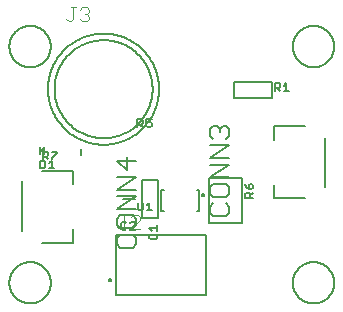
<source format=gbr>
G04 EAGLE Gerber RS-274X export*
G75*
%MOMM*%
%FSLAX34Y34*%
%LPD*%
%INSilkscreen Top*%
%IPPOS*%
%AMOC8*
5,1,8,0,0,1.08239X$1,22.5*%
G01*
%ADD10C,0.203200*%
%ADD11C,0.152400*%
%ADD12R,0.127000X0.762000*%
%ADD13C,0.200000*%
%ADD14C,0.127000*%
%ADD15C,0.101600*%

G36*
X11948Y108463D02*
X11948Y108463D01*
X11977Y108460D01*
X12069Y108480D01*
X12162Y108493D01*
X12189Y108506D01*
X12218Y108512D01*
X12298Y108560D01*
X12382Y108602D01*
X12403Y108623D01*
X12429Y108638D01*
X12490Y108710D01*
X12556Y108776D01*
X12569Y108802D01*
X12589Y108825D01*
X12624Y108912D01*
X12666Y108996D01*
X12670Y109026D01*
X12681Y109053D01*
X12699Y109220D01*
X12699Y114300D01*
X12694Y114329D01*
X12697Y114359D01*
X12675Y114450D01*
X12660Y114543D01*
X12646Y114569D01*
X12639Y114598D01*
X12588Y114677D01*
X12544Y114760D01*
X12523Y114781D01*
X12507Y114806D01*
X12434Y114865D01*
X12366Y114930D01*
X12339Y114942D01*
X12316Y114961D01*
X12228Y114994D01*
X12143Y115033D01*
X12113Y115036D01*
X12086Y115047D01*
X11992Y115050D01*
X11899Y115060D01*
X11869Y115054D01*
X11840Y115055D01*
X11750Y115028D01*
X11658Y115008D01*
X11633Y114993D01*
X11604Y114984D01*
X11462Y114894D01*
X8287Y112354D01*
X8218Y112277D01*
X8145Y112204D01*
X8136Y112187D01*
X8123Y112172D01*
X8081Y112076D01*
X8035Y111984D01*
X8033Y111964D01*
X8025Y111946D01*
X8016Y111843D01*
X8002Y111740D01*
X8006Y111721D01*
X8004Y111701D01*
X8029Y111600D01*
X8048Y111498D01*
X8058Y111481D01*
X8062Y111462D01*
X8118Y111375D01*
X8169Y111284D01*
X8186Y111267D01*
X8194Y111254D01*
X8219Y111234D01*
X8287Y111166D01*
X11462Y108626D01*
X11488Y108611D01*
X11510Y108591D01*
X11595Y108551D01*
X11677Y108505D01*
X11706Y108499D01*
X11733Y108487D01*
X11826Y108477D01*
X11918Y108459D01*
X11948Y108463D01*
G37*
D10*
X145500Y74350D02*
X145502Y74413D01*
X145508Y74475D01*
X145518Y74537D01*
X145531Y74599D01*
X145549Y74659D01*
X145570Y74718D01*
X145595Y74776D01*
X145624Y74832D01*
X145656Y74886D01*
X145691Y74938D01*
X145729Y74987D01*
X145771Y75035D01*
X145815Y75079D01*
X145863Y75121D01*
X145912Y75159D01*
X145964Y75194D01*
X146018Y75226D01*
X146074Y75255D01*
X146132Y75280D01*
X146191Y75301D01*
X146251Y75319D01*
X146313Y75332D01*
X146375Y75342D01*
X146437Y75348D01*
X146500Y75350D01*
X146563Y75348D01*
X146625Y75342D01*
X146687Y75332D01*
X146749Y75319D01*
X146809Y75301D01*
X146868Y75280D01*
X146926Y75255D01*
X146982Y75226D01*
X147036Y75194D01*
X147088Y75159D01*
X147137Y75121D01*
X147185Y75079D01*
X147229Y75035D01*
X147271Y74987D01*
X147309Y74938D01*
X147344Y74886D01*
X147376Y74832D01*
X147405Y74776D01*
X147430Y74718D01*
X147451Y74659D01*
X147469Y74599D01*
X147482Y74537D01*
X147492Y74475D01*
X147498Y74413D01*
X147500Y74350D01*
X147498Y74287D01*
X147492Y74225D01*
X147482Y74163D01*
X147469Y74101D01*
X147451Y74041D01*
X147430Y73982D01*
X147405Y73924D01*
X147376Y73868D01*
X147344Y73814D01*
X147309Y73762D01*
X147271Y73713D01*
X147229Y73665D01*
X147185Y73621D01*
X147137Y73579D01*
X147088Y73541D01*
X147036Y73506D01*
X146982Y73474D01*
X146926Y73445D01*
X146868Y73420D01*
X146809Y73399D01*
X146749Y73381D01*
X146687Y73368D01*
X146625Y73358D01*
X146563Y73352D01*
X146500Y73350D01*
X146437Y73352D01*
X146375Y73358D01*
X146313Y73368D01*
X146251Y73381D01*
X146191Y73399D01*
X146132Y73420D01*
X146074Y73445D01*
X146018Y73474D01*
X145964Y73506D01*
X145912Y73541D01*
X145863Y73579D01*
X145815Y73621D01*
X145771Y73665D01*
X145729Y73713D01*
X145691Y73762D01*
X145656Y73814D01*
X145624Y73868D01*
X145595Y73924D01*
X145570Y73982D01*
X145549Y74041D01*
X145531Y74101D01*
X145518Y74163D01*
X145508Y74225D01*
X145502Y74287D01*
X145500Y74350D01*
X143000Y60850D02*
X141000Y60850D01*
X143000Y60850D02*
X143000Y78850D01*
X141000Y78850D01*
X113000Y60850D02*
X111000Y60850D01*
X111000Y78850D01*
X113000Y78850D01*
D11*
X91284Y67824D02*
X91284Y62316D01*
X92385Y61214D01*
X94589Y61214D01*
X95690Y62316D01*
X95690Y67824D01*
X98768Y65620D02*
X100971Y67824D01*
X100971Y61214D01*
X98768Y61214D02*
X103174Y61214D01*
D10*
X108600Y55120D02*
X108600Y87120D01*
X108600Y55120D02*
X94600Y55120D01*
X94600Y87120D01*
X108600Y87120D01*
D11*
X102188Y41000D02*
X101086Y39899D01*
X101086Y37695D01*
X102188Y36594D01*
X106594Y36594D01*
X107696Y37695D01*
X107696Y39899D01*
X106594Y41000D01*
X103290Y44078D02*
X101086Y46281D01*
X107696Y46281D01*
X107696Y44078D02*
X107696Y48484D01*
X90932Y131572D02*
X90932Y138182D01*
X94237Y138182D01*
X95338Y137080D01*
X95338Y134877D01*
X94237Y133775D01*
X90932Y133775D01*
X93135Y133775D02*
X95338Y131572D01*
X98416Y138182D02*
X102823Y138182D01*
X98416Y138182D02*
X98416Y134877D01*
X100619Y135978D01*
X101721Y135978D01*
X102823Y134877D01*
X102823Y132674D01*
X101721Y131572D01*
X99518Y131572D01*
X98416Y132674D01*
D10*
X88900Y71120D02*
X78740Y71120D01*
D11*
X80539Y51314D02*
X81640Y50212D01*
X80539Y51314D02*
X78335Y51314D01*
X77234Y50212D01*
X77234Y45806D01*
X78335Y44704D01*
X80539Y44704D01*
X81640Y45806D01*
X84718Y44704D02*
X89124Y44704D01*
X84718Y44704D02*
X89124Y49110D01*
X89124Y50212D01*
X88023Y51314D01*
X85819Y51314D01*
X84718Y50212D01*
D10*
X179100Y50850D02*
X179100Y88850D01*
X179100Y50850D02*
X151100Y50850D01*
X151100Y88850D01*
X179100Y88850D01*
D11*
X181856Y71644D02*
X188466Y71644D01*
X181856Y71644D02*
X181856Y74949D01*
X182958Y76050D01*
X185161Y76050D01*
X186263Y74949D01*
X186263Y71644D01*
X186263Y73847D02*
X188466Y76050D01*
X182958Y81331D02*
X181856Y83534D01*
X182958Y81331D02*
X185161Y79128D01*
X187364Y79128D01*
X188466Y80229D01*
X188466Y82433D01*
X187364Y83534D01*
X186263Y83534D01*
X185161Y82433D01*
X185161Y79128D01*
X206460Y71600D02*
X232460Y71600D01*
X206460Y71600D02*
X206460Y82600D01*
X206460Y120600D02*
X206460Y132600D01*
X232460Y132600D01*
X249460Y122600D02*
X249460Y80600D01*
X155280Y67209D02*
X152568Y64497D01*
X152568Y59074D01*
X155280Y56362D01*
X166126Y56362D01*
X168838Y59074D01*
X168838Y64497D01*
X166126Y67209D01*
X152568Y75445D02*
X152568Y80869D01*
X152568Y75445D02*
X155280Y72734D01*
X166126Y72734D01*
X168838Y75445D01*
X168838Y80869D01*
X166126Y83580D01*
X155280Y83580D01*
X152568Y80869D01*
X152568Y89105D02*
X168838Y89105D01*
X168838Y99952D02*
X152568Y89105D01*
X152568Y99952D02*
X168838Y99952D01*
X168838Y105477D02*
X152568Y105477D01*
X168838Y116323D01*
X152568Y116323D01*
X155280Y121848D02*
X152568Y124560D01*
X152568Y129983D01*
X155280Y132695D01*
X157991Y132695D01*
X160703Y129983D01*
X160703Y127272D01*
X160703Y129983D02*
X163415Y132695D01*
X166126Y132695D01*
X168838Y129983D01*
X168838Y124560D01*
X166126Y121848D01*
X36140Y94770D02*
X10140Y94770D01*
X36140Y94770D02*
X36140Y83770D01*
X36140Y45770D02*
X36140Y33770D01*
X10140Y33770D01*
X-6860Y43770D02*
X-6860Y85770D01*
X73748Y37809D02*
X76460Y40521D01*
X73748Y37809D02*
X73748Y32386D01*
X76460Y29674D01*
X87306Y29674D01*
X90018Y32386D01*
X90018Y37809D01*
X87306Y40521D01*
X73748Y48757D02*
X73748Y54181D01*
X73748Y48757D02*
X76460Y46046D01*
X87306Y46046D01*
X90018Y48757D01*
X90018Y54181D01*
X87306Y56892D01*
X76460Y56892D01*
X73748Y54181D01*
X73748Y62417D02*
X90018Y62417D01*
X90018Y73264D02*
X73748Y62417D01*
X73748Y73264D02*
X90018Y73264D01*
X90018Y78789D02*
X73748Y78789D01*
X90018Y89635D01*
X73748Y89635D01*
X73748Y103295D02*
X90018Y103295D01*
X81883Y95160D02*
X73748Y103295D01*
X81883Y106007D02*
X81883Y95160D01*
D12*
X8128Y111760D03*
D11*
X8654Y103384D02*
X8654Y96774D01*
X11959Y96774D01*
X13060Y97876D01*
X13060Y102282D01*
X11959Y103384D01*
X8654Y103384D01*
X16138Y101180D02*
X18341Y103384D01*
X18341Y96774D01*
X16138Y96774D02*
X20544Y96774D01*
D10*
X43180Y107950D02*
X43180Y113030D01*
D11*
X11194Y111004D02*
X11194Y104394D01*
X11194Y111004D02*
X14499Y111004D01*
X15600Y109902D01*
X15600Y107699D01*
X14499Y106597D01*
X11194Y106597D01*
X13397Y106597D02*
X15600Y104394D01*
X18678Y111004D02*
X23084Y111004D01*
X23084Y109902D01*
X18678Y105496D01*
X18678Y104394D01*
D13*
X66425Y2337D02*
X66427Y2400D01*
X66433Y2462D01*
X66443Y2524D01*
X66456Y2586D01*
X66474Y2646D01*
X66495Y2705D01*
X66520Y2763D01*
X66549Y2819D01*
X66581Y2873D01*
X66616Y2925D01*
X66654Y2974D01*
X66696Y3022D01*
X66740Y3066D01*
X66788Y3108D01*
X66837Y3146D01*
X66889Y3181D01*
X66943Y3213D01*
X66999Y3242D01*
X67057Y3267D01*
X67116Y3288D01*
X67176Y3306D01*
X67238Y3319D01*
X67300Y3329D01*
X67362Y3335D01*
X67425Y3337D01*
X67488Y3335D01*
X67550Y3329D01*
X67612Y3319D01*
X67674Y3306D01*
X67734Y3288D01*
X67793Y3267D01*
X67851Y3242D01*
X67907Y3213D01*
X67961Y3181D01*
X68013Y3146D01*
X68062Y3108D01*
X68110Y3066D01*
X68154Y3022D01*
X68196Y2974D01*
X68234Y2925D01*
X68269Y2873D01*
X68301Y2819D01*
X68330Y2763D01*
X68355Y2705D01*
X68376Y2646D01*
X68394Y2586D01*
X68407Y2524D01*
X68417Y2462D01*
X68423Y2400D01*
X68425Y2337D01*
X68423Y2274D01*
X68417Y2212D01*
X68407Y2150D01*
X68394Y2088D01*
X68376Y2028D01*
X68355Y1969D01*
X68330Y1911D01*
X68301Y1855D01*
X68269Y1801D01*
X68234Y1749D01*
X68196Y1700D01*
X68154Y1652D01*
X68110Y1608D01*
X68062Y1566D01*
X68013Y1528D01*
X67961Y1493D01*
X67907Y1461D01*
X67851Y1432D01*
X67793Y1407D01*
X67734Y1386D01*
X67674Y1368D01*
X67612Y1355D01*
X67550Y1345D01*
X67488Y1339D01*
X67425Y1337D01*
X67362Y1339D01*
X67300Y1345D01*
X67238Y1355D01*
X67176Y1368D01*
X67116Y1386D01*
X67057Y1407D01*
X66999Y1432D01*
X66943Y1461D01*
X66889Y1493D01*
X66837Y1528D01*
X66788Y1566D01*
X66740Y1608D01*
X66696Y1652D01*
X66654Y1700D01*
X66616Y1749D01*
X66581Y1801D01*
X66549Y1855D01*
X66520Y1911D01*
X66495Y1969D01*
X66474Y2028D01*
X66456Y2088D01*
X66443Y2150D01*
X66433Y2212D01*
X66427Y2274D01*
X66425Y2337D01*
D14*
X73025Y40437D02*
X149225Y40437D01*
X149225Y-10363D01*
X73025Y-10363D01*
X73025Y40437D01*
D15*
X75882Y45545D02*
X73933Y47494D01*
X75882Y45545D02*
X77831Y45545D01*
X79780Y47494D01*
X79780Y57239D01*
X77831Y57239D02*
X81729Y57239D01*
X85627Y45545D02*
X93423Y45545D01*
X85627Y45545D02*
X93423Y53341D01*
X93423Y55290D01*
X91474Y57239D01*
X87576Y57239D01*
X85627Y55290D01*
D14*
X15230Y163830D02*
X15244Y164983D01*
X15287Y166136D01*
X15357Y167288D01*
X15456Y168437D01*
X15583Y169583D01*
X15739Y170726D01*
X15922Y171865D01*
X16133Y172999D01*
X16372Y174128D01*
X16639Y175250D01*
X16933Y176365D01*
X17254Y177473D01*
X17602Y178573D01*
X17977Y179664D01*
X18379Y180745D01*
X18808Y181816D01*
X19262Y182876D01*
X19743Y183925D01*
X20248Y184962D01*
X20780Y185986D01*
X21336Y186996D01*
X21917Y187993D01*
X22522Y188975D01*
X23151Y189942D01*
X23804Y190893D01*
X24479Y191828D01*
X25178Y192746D01*
X25899Y193646D01*
X26641Y194529D01*
X27405Y195393D01*
X28190Y196238D01*
X28996Y197064D01*
X29822Y197870D01*
X30667Y198655D01*
X31531Y199419D01*
X32414Y200161D01*
X33314Y200882D01*
X34232Y201581D01*
X35167Y202256D01*
X36118Y202909D01*
X37085Y203538D01*
X38067Y204143D01*
X39064Y204724D01*
X40074Y205280D01*
X41098Y205812D01*
X42135Y206317D01*
X43184Y206798D01*
X44244Y207252D01*
X45315Y207681D01*
X46396Y208083D01*
X47487Y208458D01*
X48587Y208806D01*
X49695Y209127D01*
X50810Y209421D01*
X51932Y209688D01*
X53061Y209927D01*
X54195Y210138D01*
X55334Y210321D01*
X56477Y210477D01*
X57623Y210604D01*
X58772Y210703D01*
X59924Y210773D01*
X61077Y210816D01*
X62230Y210830D01*
X63383Y210816D01*
X64536Y210773D01*
X65688Y210703D01*
X66837Y210604D01*
X67983Y210477D01*
X69126Y210321D01*
X70265Y210138D01*
X71399Y209927D01*
X72528Y209688D01*
X73650Y209421D01*
X74765Y209127D01*
X75873Y208806D01*
X76973Y208458D01*
X78064Y208083D01*
X79145Y207681D01*
X80216Y207252D01*
X81276Y206798D01*
X82325Y206317D01*
X83362Y205812D01*
X84386Y205280D01*
X85396Y204724D01*
X86393Y204143D01*
X87375Y203538D01*
X88342Y202909D01*
X89293Y202256D01*
X90228Y201581D01*
X91146Y200882D01*
X92046Y200161D01*
X92929Y199419D01*
X93793Y198655D01*
X94638Y197870D01*
X95464Y197064D01*
X96270Y196238D01*
X97055Y195393D01*
X97819Y194529D01*
X98561Y193646D01*
X99282Y192746D01*
X99981Y191828D01*
X100656Y190893D01*
X101309Y189942D01*
X101938Y188975D01*
X102543Y187993D01*
X103124Y186996D01*
X103680Y185986D01*
X104212Y184962D01*
X104717Y183925D01*
X105198Y182876D01*
X105652Y181816D01*
X106081Y180745D01*
X106483Y179664D01*
X106858Y178573D01*
X107206Y177473D01*
X107527Y176365D01*
X107821Y175250D01*
X108088Y174128D01*
X108327Y172999D01*
X108538Y171865D01*
X108721Y170726D01*
X108877Y169583D01*
X109004Y168437D01*
X109103Y167288D01*
X109173Y166136D01*
X109216Y164983D01*
X109230Y163830D01*
X109216Y162677D01*
X109173Y161524D01*
X109103Y160372D01*
X109004Y159223D01*
X108877Y158077D01*
X108721Y156934D01*
X108538Y155795D01*
X108327Y154661D01*
X108088Y153532D01*
X107821Y152410D01*
X107527Y151295D01*
X107206Y150187D01*
X106858Y149087D01*
X106483Y147996D01*
X106081Y146915D01*
X105652Y145844D01*
X105198Y144784D01*
X104717Y143735D01*
X104212Y142698D01*
X103680Y141674D01*
X103124Y140664D01*
X102543Y139667D01*
X101938Y138685D01*
X101309Y137718D01*
X100656Y136767D01*
X99981Y135832D01*
X99282Y134914D01*
X98561Y134014D01*
X97819Y133131D01*
X97055Y132267D01*
X96270Y131422D01*
X95464Y130596D01*
X94638Y129790D01*
X93793Y129005D01*
X92929Y128241D01*
X92046Y127499D01*
X91146Y126778D01*
X90228Y126079D01*
X89293Y125404D01*
X88342Y124751D01*
X87375Y124122D01*
X86393Y123517D01*
X85396Y122936D01*
X84386Y122380D01*
X83362Y121848D01*
X82325Y121343D01*
X81276Y120862D01*
X80216Y120408D01*
X79145Y119979D01*
X78064Y119577D01*
X76973Y119202D01*
X75873Y118854D01*
X74765Y118533D01*
X73650Y118239D01*
X72528Y117972D01*
X71399Y117733D01*
X70265Y117522D01*
X69126Y117339D01*
X67983Y117183D01*
X66837Y117056D01*
X65688Y116957D01*
X64536Y116887D01*
X63383Y116844D01*
X62230Y116830D01*
X61077Y116844D01*
X59924Y116887D01*
X58772Y116957D01*
X57623Y117056D01*
X56477Y117183D01*
X55334Y117339D01*
X54195Y117522D01*
X53061Y117733D01*
X51932Y117972D01*
X50810Y118239D01*
X49695Y118533D01*
X48587Y118854D01*
X47487Y119202D01*
X46396Y119577D01*
X45315Y119979D01*
X44244Y120408D01*
X43184Y120862D01*
X42135Y121343D01*
X41098Y121848D01*
X40074Y122380D01*
X39064Y122936D01*
X38067Y123517D01*
X37085Y124122D01*
X36118Y124751D01*
X35167Y125404D01*
X34232Y126079D01*
X33314Y126778D01*
X32414Y127499D01*
X31531Y128241D01*
X30667Y129005D01*
X29822Y129790D01*
X28996Y130596D01*
X28190Y131422D01*
X27405Y132267D01*
X26641Y133131D01*
X25899Y134014D01*
X25178Y134914D01*
X24479Y135832D01*
X23804Y136767D01*
X23151Y137718D01*
X22522Y138685D01*
X21917Y139667D01*
X21336Y140664D01*
X20780Y141674D01*
X20248Y142698D01*
X19743Y143735D01*
X19262Y144784D01*
X18808Y145844D01*
X18379Y146915D01*
X17977Y147996D01*
X17602Y149087D01*
X17254Y150187D01*
X16933Y151295D01*
X16639Y152410D01*
X16372Y153532D01*
X16133Y154661D01*
X15922Y155795D01*
X15739Y156934D01*
X15583Y158077D01*
X15456Y159223D01*
X15357Y160372D01*
X15287Y161524D01*
X15244Y162677D01*
X15230Y163830D01*
X20730Y163830D02*
X20742Y164848D01*
X20780Y165866D01*
X20842Y166883D01*
X20930Y167898D01*
X21042Y168910D01*
X21179Y169919D01*
X21341Y170925D01*
X21527Y171926D01*
X21738Y172923D01*
X21974Y173914D01*
X22233Y174899D01*
X22517Y175877D01*
X22825Y176848D01*
X23156Y177811D01*
X23511Y178766D01*
X23889Y179711D01*
X24290Y180648D01*
X24714Y181574D01*
X25161Y182489D01*
X25630Y183393D01*
X26121Y184285D01*
X26634Y185165D01*
X27169Y186032D01*
X27724Y186886D01*
X28300Y187726D01*
X28897Y188552D01*
X29514Y189362D01*
X30150Y190157D01*
X30806Y190937D01*
X31481Y191700D01*
X32174Y192446D01*
X32885Y193175D01*
X33614Y193886D01*
X34360Y194579D01*
X35123Y195254D01*
X35903Y195910D01*
X36698Y196546D01*
X37508Y197163D01*
X38334Y197760D01*
X39174Y198336D01*
X40028Y198891D01*
X40895Y199426D01*
X41775Y199939D01*
X42667Y200430D01*
X43571Y200899D01*
X44486Y201346D01*
X45412Y201770D01*
X46349Y202171D01*
X47294Y202549D01*
X48249Y202904D01*
X49212Y203235D01*
X50183Y203543D01*
X51161Y203827D01*
X52146Y204086D01*
X53137Y204322D01*
X54134Y204533D01*
X55135Y204719D01*
X56141Y204881D01*
X57150Y205018D01*
X58162Y205130D01*
X59177Y205218D01*
X60194Y205280D01*
X61212Y205318D01*
X62230Y205330D01*
X63248Y205318D01*
X64266Y205280D01*
X65283Y205218D01*
X66298Y205130D01*
X67310Y205018D01*
X68319Y204881D01*
X69325Y204719D01*
X70326Y204533D01*
X71323Y204322D01*
X72314Y204086D01*
X73299Y203827D01*
X74277Y203543D01*
X75248Y203235D01*
X76211Y202904D01*
X77166Y202549D01*
X78111Y202171D01*
X79048Y201770D01*
X79974Y201346D01*
X80889Y200899D01*
X81793Y200430D01*
X82685Y199939D01*
X83565Y199426D01*
X84432Y198891D01*
X85286Y198336D01*
X86126Y197760D01*
X86952Y197163D01*
X87762Y196546D01*
X88557Y195910D01*
X89337Y195254D01*
X90100Y194579D01*
X90846Y193886D01*
X91575Y193175D01*
X92286Y192446D01*
X92979Y191700D01*
X93654Y190937D01*
X94310Y190157D01*
X94946Y189362D01*
X95563Y188552D01*
X96160Y187726D01*
X96736Y186886D01*
X97291Y186032D01*
X97826Y185165D01*
X98339Y184285D01*
X98830Y183393D01*
X99299Y182489D01*
X99746Y181574D01*
X100170Y180648D01*
X100571Y179711D01*
X100949Y178766D01*
X101304Y177811D01*
X101635Y176848D01*
X101943Y175877D01*
X102227Y174899D01*
X102486Y173914D01*
X102722Y172923D01*
X102933Y171926D01*
X103119Y170925D01*
X103281Y169919D01*
X103418Y168910D01*
X103530Y167898D01*
X103618Y166883D01*
X103680Y165866D01*
X103718Y164848D01*
X103730Y163830D01*
X103718Y162812D01*
X103680Y161794D01*
X103618Y160777D01*
X103530Y159762D01*
X103418Y158750D01*
X103281Y157741D01*
X103119Y156735D01*
X102933Y155734D01*
X102722Y154737D01*
X102486Y153746D01*
X102227Y152761D01*
X101943Y151783D01*
X101635Y150812D01*
X101304Y149849D01*
X100949Y148894D01*
X100571Y147949D01*
X100170Y147012D01*
X99746Y146086D01*
X99299Y145171D01*
X98830Y144267D01*
X98339Y143375D01*
X97826Y142495D01*
X97291Y141628D01*
X96736Y140774D01*
X96160Y139934D01*
X95563Y139108D01*
X94946Y138298D01*
X94310Y137503D01*
X93654Y136723D01*
X92979Y135960D01*
X92286Y135214D01*
X91575Y134485D01*
X90846Y133774D01*
X90100Y133081D01*
X89337Y132406D01*
X88557Y131750D01*
X87762Y131114D01*
X86952Y130497D01*
X86126Y129900D01*
X85286Y129324D01*
X84432Y128769D01*
X83565Y128234D01*
X82685Y127721D01*
X81793Y127230D01*
X80889Y126761D01*
X79974Y126314D01*
X79048Y125890D01*
X78111Y125489D01*
X77166Y125111D01*
X76211Y124756D01*
X75248Y124425D01*
X74277Y124117D01*
X73299Y123833D01*
X72314Y123574D01*
X71323Y123338D01*
X70326Y123127D01*
X69325Y122941D01*
X68319Y122779D01*
X67310Y122642D01*
X66298Y122530D01*
X65283Y122442D01*
X64266Y122380D01*
X63248Y122342D01*
X62230Y122330D01*
X61212Y122342D01*
X60194Y122380D01*
X59177Y122442D01*
X58162Y122530D01*
X57150Y122642D01*
X56141Y122779D01*
X55135Y122941D01*
X54134Y123127D01*
X53137Y123338D01*
X52146Y123574D01*
X51161Y123833D01*
X50183Y124117D01*
X49212Y124425D01*
X48249Y124756D01*
X47294Y125111D01*
X46349Y125489D01*
X45412Y125890D01*
X44486Y126314D01*
X43571Y126761D01*
X42667Y127230D01*
X41775Y127721D01*
X40895Y128234D01*
X40028Y128769D01*
X39174Y129324D01*
X38334Y129900D01*
X37508Y130497D01*
X36698Y131114D01*
X35903Y131750D01*
X35123Y132406D01*
X34360Y133081D01*
X33614Y133774D01*
X32885Y134485D01*
X32174Y135214D01*
X31481Y135960D01*
X30806Y136723D01*
X30150Y137503D01*
X29514Y138298D01*
X28897Y139108D01*
X28300Y139934D01*
X27724Y140774D01*
X27169Y141628D01*
X26634Y142495D01*
X26121Y143375D01*
X25630Y144267D01*
X25161Y145171D01*
X24714Y146086D01*
X24290Y147012D01*
X23889Y147949D01*
X23511Y148894D01*
X23156Y149849D01*
X22825Y150812D01*
X22517Y151783D01*
X22233Y152761D01*
X21974Y153746D01*
X21738Y154737D01*
X21527Y155734D01*
X21341Y156735D01*
X21179Y157741D01*
X21042Y158750D01*
X20930Y159762D01*
X20842Y160777D01*
X20780Y161794D01*
X20742Y162812D01*
X20730Y163830D01*
D15*
X32675Y221360D02*
X30726Y223310D01*
X32675Y221360D02*
X34625Y221360D01*
X36575Y223310D01*
X36575Y233059D01*
X34625Y233059D02*
X38525Y233059D01*
X42424Y231109D02*
X44374Y233059D01*
X48274Y233059D01*
X50223Y231109D01*
X50223Y229160D01*
X48274Y227210D01*
X46324Y227210D01*
X48274Y227210D02*
X50223Y225260D01*
X50223Y223310D01*
X48274Y221360D01*
X44374Y221360D01*
X42424Y223310D01*
D10*
X172697Y169941D02*
X204697Y169941D01*
X204697Y155941D01*
X172697Y155941D01*
X172697Y169941D01*
D11*
X207239Y169043D02*
X207239Y162433D01*
X207239Y169043D02*
X210543Y169043D01*
X211645Y167941D01*
X211645Y165738D01*
X210543Y164636D01*
X207239Y164636D01*
X209442Y164636D02*
X211645Y162433D01*
X214723Y166839D02*
X216926Y169043D01*
X216926Y162433D01*
X214723Y162433D02*
X219129Y162433D01*
D10*
X-17500Y0D02*
X-17495Y429D01*
X-17479Y859D01*
X-17453Y1287D01*
X-17416Y1715D01*
X-17368Y2142D01*
X-17311Y2568D01*
X-17242Y2992D01*
X-17164Y3414D01*
X-17075Y3834D01*
X-16976Y4252D01*
X-16866Y4667D01*
X-16746Y5080D01*
X-16617Y5489D01*
X-16477Y5896D01*
X-16327Y6298D01*
X-16168Y6697D01*
X-15999Y7092D01*
X-15820Y7482D01*
X-15631Y7868D01*
X-15434Y8249D01*
X-15227Y8626D01*
X-15010Y8997D01*
X-14785Y9362D01*
X-14551Y9722D01*
X-14308Y10077D01*
X-14056Y10425D01*
X-13796Y10767D01*
X-13528Y11102D01*
X-13251Y11431D01*
X-12967Y11752D01*
X-12674Y12067D01*
X-12374Y12374D01*
X-12067Y12674D01*
X-11752Y12967D01*
X-11431Y13251D01*
X-11102Y13528D01*
X-10767Y13796D01*
X-10425Y14056D01*
X-10077Y14308D01*
X-9722Y14551D01*
X-9362Y14785D01*
X-8997Y15010D01*
X-8626Y15227D01*
X-8249Y15434D01*
X-7868Y15631D01*
X-7482Y15820D01*
X-7092Y15999D01*
X-6697Y16168D01*
X-6298Y16327D01*
X-5896Y16477D01*
X-5489Y16617D01*
X-5080Y16746D01*
X-4667Y16866D01*
X-4252Y16976D01*
X-3834Y17075D01*
X-3414Y17164D01*
X-2992Y17242D01*
X-2568Y17311D01*
X-2142Y17368D01*
X-1715Y17416D01*
X-1287Y17453D01*
X-859Y17479D01*
X-429Y17495D01*
X0Y17500D01*
X429Y17495D01*
X859Y17479D01*
X1287Y17453D01*
X1715Y17416D01*
X2142Y17368D01*
X2568Y17311D01*
X2992Y17242D01*
X3414Y17164D01*
X3834Y17075D01*
X4252Y16976D01*
X4667Y16866D01*
X5080Y16746D01*
X5489Y16617D01*
X5896Y16477D01*
X6298Y16327D01*
X6697Y16168D01*
X7092Y15999D01*
X7482Y15820D01*
X7868Y15631D01*
X8249Y15434D01*
X8626Y15227D01*
X8997Y15010D01*
X9362Y14785D01*
X9722Y14551D01*
X10077Y14308D01*
X10425Y14056D01*
X10767Y13796D01*
X11102Y13528D01*
X11431Y13251D01*
X11752Y12967D01*
X12067Y12674D01*
X12374Y12374D01*
X12674Y12067D01*
X12967Y11752D01*
X13251Y11431D01*
X13528Y11102D01*
X13796Y10767D01*
X14056Y10425D01*
X14308Y10077D01*
X14551Y9722D01*
X14785Y9362D01*
X15010Y8997D01*
X15227Y8626D01*
X15434Y8249D01*
X15631Y7868D01*
X15820Y7482D01*
X15999Y7092D01*
X16168Y6697D01*
X16327Y6298D01*
X16477Y5896D01*
X16617Y5489D01*
X16746Y5080D01*
X16866Y4667D01*
X16976Y4252D01*
X17075Y3834D01*
X17164Y3414D01*
X17242Y2992D01*
X17311Y2568D01*
X17368Y2142D01*
X17416Y1715D01*
X17453Y1287D01*
X17479Y859D01*
X17495Y429D01*
X17500Y0D01*
X17495Y-429D01*
X17479Y-859D01*
X17453Y-1287D01*
X17416Y-1715D01*
X17368Y-2142D01*
X17311Y-2568D01*
X17242Y-2992D01*
X17164Y-3414D01*
X17075Y-3834D01*
X16976Y-4252D01*
X16866Y-4667D01*
X16746Y-5080D01*
X16617Y-5489D01*
X16477Y-5896D01*
X16327Y-6298D01*
X16168Y-6697D01*
X15999Y-7092D01*
X15820Y-7482D01*
X15631Y-7868D01*
X15434Y-8249D01*
X15227Y-8626D01*
X15010Y-8997D01*
X14785Y-9362D01*
X14551Y-9722D01*
X14308Y-10077D01*
X14056Y-10425D01*
X13796Y-10767D01*
X13528Y-11102D01*
X13251Y-11431D01*
X12967Y-11752D01*
X12674Y-12067D01*
X12374Y-12374D01*
X12067Y-12674D01*
X11752Y-12967D01*
X11431Y-13251D01*
X11102Y-13528D01*
X10767Y-13796D01*
X10425Y-14056D01*
X10077Y-14308D01*
X9722Y-14551D01*
X9362Y-14785D01*
X8997Y-15010D01*
X8626Y-15227D01*
X8249Y-15434D01*
X7868Y-15631D01*
X7482Y-15820D01*
X7092Y-15999D01*
X6697Y-16168D01*
X6298Y-16327D01*
X5896Y-16477D01*
X5489Y-16617D01*
X5080Y-16746D01*
X4667Y-16866D01*
X4252Y-16976D01*
X3834Y-17075D01*
X3414Y-17164D01*
X2992Y-17242D01*
X2568Y-17311D01*
X2142Y-17368D01*
X1715Y-17416D01*
X1287Y-17453D01*
X859Y-17479D01*
X429Y-17495D01*
X0Y-17500D01*
X-429Y-17495D01*
X-859Y-17479D01*
X-1287Y-17453D01*
X-1715Y-17416D01*
X-2142Y-17368D01*
X-2568Y-17311D01*
X-2992Y-17242D01*
X-3414Y-17164D01*
X-3834Y-17075D01*
X-4252Y-16976D01*
X-4667Y-16866D01*
X-5080Y-16746D01*
X-5489Y-16617D01*
X-5896Y-16477D01*
X-6298Y-16327D01*
X-6697Y-16168D01*
X-7092Y-15999D01*
X-7482Y-15820D01*
X-7868Y-15631D01*
X-8249Y-15434D01*
X-8626Y-15227D01*
X-8997Y-15010D01*
X-9362Y-14785D01*
X-9722Y-14551D01*
X-10077Y-14308D01*
X-10425Y-14056D01*
X-10767Y-13796D01*
X-11102Y-13528D01*
X-11431Y-13251D01*
X-11752Y-12967D01*
X-12067Y-12674D01*
X-12374Y-12374D01*
X-12674Y-12067D01*
X-12967Y-11752D01*
X-13251Y-11431D01*
X-13528Y-11102D01*
X-13796Y-10767D01*
X-14056Y-10425D01*
X-14308Y-10077D01*
X-14551Y-9722D01*
X-14785Y-9362D01*
X-15010Y-8997D01*
X-15227Y-8626D01*
X-15434Y-8249D01*
X-15631Y-7868D01*
X-15820Y-7482D01*
X-15999Y-7092D01*
X-16168Y-6697D01*
X-16327Y-6298D01*
X-16477Y-5896D01*
X-16617Y-5489D01*
X-16746Y-5080D01*
X-16866Y-4667D01*
X-16976Y-4252D01*
X-17075Y-3834D01*
X-17164Y-3414D01*
X-17242Y-2992D01*
X-17311Y-2568D01*
X-17368Y-2142D01*
X-17416Y-1715D01*
X-17453Y-1287D01*
X-17479Y-859D01*
X-17495Y-429D01*
X-17500Y0D01*
X222500Y0D02*
X222505Y429D01*
X222521Y859D01*
X222547Y1287D01*
X222584Y1715D01*
X222632Y2142D01*
X222689Y2568D01*
X222758Y2992D01*
X222836Y3414D01*
X222925Y3834D01*
X223024Y4252D01*
X223134Y4667D01*
X223254Y5080D01*
X223383Y5489D01*
X223523Y5896D01*
X223673Y6298D01*
X223832Y6697D01*
X224001Y7092D01*
X224180Y7482D01*
X224369Y7868D01*
X224566Y8249D01*
X224773Y8626D01*
X224990Y8997D01*
X225215Y9362D01*
X225449Y9722D01*
X225692Y10077D01*
X225944Y10425D01*
X226204Y10767D01*
X226472Y11102D01*
X226749Y11431D01*
X227033Y11752D01*
X227326Y12067D01*
X227626Y12374D01*
X227933Y12674D01*
X228248Y12967D01*
X228569Y13251D01*
X228898Y13528D01*
X229233Y13796D01*
X229575Y14056D01*
X229923Y14308D01*
X230278Y14551D01*
X230638Y14785D01*
X231003Y15010D01*
X231374Y15227D01*
X231751Y15434D01*
X232132Y15631D01*
X232518Y15820D01*
X232908Y15999D01*
X233303Y16168D01*
X233702Y16327D01*
X234104Y16477D01*
X234511Y16617D01*
X234920Y16746D01*
X235333Y16866D01*
X235748Y16976D01*
X236166Y17075D01*
X236586Y17164D01*
X237008Y17242D01*
X237432Y17311D01*
X237858Y17368D01*
X238285Y17416D01*
X238713Y17453D01*
X239141Y17479D01*
X239571Y17495D01*
X240000Y17500D01*
X240429Y17495D01*
X240859Y17479D01*
X241287Y17453D01*
X241715Y17416D01*
X242142Y17368D01*
X242568Y17311D01*
X242992Y17242D01*
X243414Y17164D01*
X243834Y17075D01*
X244252Y16976D01*
X244667Y16866D01*
X245080Y16746D01*
X245489Y16617D01*
X245896Y16477D01*
X246298Y16327D01*
X246697Y16168D01*
X247092Y15999D01*
X247482Y15820D01*
X247868Y15631D01*
X248249Y15434D01*
X248626Y15227D01*
X248997Y15010D01*
X249362Y14785D01*
X249722Y14551D01*
X250077Y14308D01*
X250425Y14056D01*
X250767Y13796D01*
X251102Y13528D01*
X251431Y13251D01*
X251752Y12967D01*
X252067Y12674D01*
X252374Y12374D01*
X252674Y12067D01*
X252967Y11752D01*
X253251Y11431D01*
X253528Y11102D01*
X253796Y10767D01*
X254056Y10425D01*
X254308Y10077D01*
X254551Y9722D01*
X254785Y9362D01*
X255010Y8997D01*
X255227Y8626D01*
X255434Y8249D01*
X255631Y7868D01*
X255820Y7482D01*
X255999Y7092D01*
X256168Y6697D01*
X256327Y6298D01*
X256477Y5896D01*
X256617Y5489D01*
X256746Y5080D01*
X256866Y4667D01*
X256976Y4252D01*
X257075Y3834D01*
X257164Y3414D01*
X257242Y2992D01*
X257311Y2568D01*
X257368Y2142D01*
X257416Y1715D01*
X257453Y1287D01*
X257479Y859D01*
X257495Y429D01*
X257500Y0D01*
X257495Y-429D01*
X257479Y-859D01*
X257453Y-1287D01*
X257416Y-1715D01*
X257368Y-2142D01*
X257311Y-2568D01*
X257242Y-2992D01*
X257164Y-3414D01*
X257075Y-3834D01*
X256976Y-4252D01*
X256866Y-4667D01*
X256746Y-5080D01*
X256617Y-5489D01*
X256477Y-5896D01*
X256327Y-6298D01*
X256168Y-6697D01*
X255999Y-7092D01*
X255820Y-7482D01*
X255631Y-7868D01*
X255434Y-8249D01*
X255227Y-8626D01*
X255010Y-8997D01*
X254785Y-9362D01*
X254551Y-9722D01*
X254308Y-10077D01*
X254056Y-10425D01*
X253796Y-10767D01*
X253528Y-11102D01*
X253251Y-11431D01*
X252967Y-11752D01*
X252674Y-12067D01*
X252374Y-12374D01*
X252067Y-12674D01*
X251752Y-12967D01*
X251431Y-13251D01*
X251102Y-13528D01*
X250767Y-13796D01*
X250425Y-14056D01*
X250077Y-14308D01*
X249722Y-14551D01*
X249362Y-14785D01*
X248997Y-15010D01*
X248626Y-15227D01*
X248249Y-15434D01*
X247868Y-15631D01*
X247482Y-15820D01*
X247092Y-15999D01*
X246697Y-16168D01*
X246298Y-16327D01*
X245896Y-16477D01*
X245489Y-16617D01*
X245080Y-16746D01*
X244667Y-16866D01*
X244252Y-16976D01*
X243834Y-17075D01*
X243414Y-17164D01*
X242992Y-17242D01*
X242568Y-17311D01*
X242142Y-17368D01*
X241715Y-17416D01*
X241287Y-17453D01*
X240859Y-17479D01*
X240429Y-17495D01*
X240000Y-17500D01*
X239571Y-17495D01*
X239141Y-17479D01*
X238713Y-17453D01*
X238285Y-17416D01*
X237858Y-17368D01*
X237432Y-17311D01*
X237008Y-17242D01*
X236586Y-17164D01*
X236166Y-17075D01*
X235748Y-16976D01*
X235333Y-16866D01*
X234920Y-16746D01*
X234511Y-16617D01*
X234104Y-16477D01*
X233702Y-16327D01*
X233303Y-16168D01*
X232908Y-15999D01*
X232518Y-15820D01*
X232132Y-15631D01*
X231751Y-15434D01*
X231374Y-15227D01*
X231003Y-15010D01*
X230638Y-14785D01*
X230278Y-14551D01*
X229923Y-14308D01*
X229575Y-14056D01*
X229233Y-13796D01*
X228898Y-13528D01*
X228569Y-13251D01*
X228248Y-12967D01*
X227933Y-12674D01*
X227626Y-12374D01*
X227326Y-12067D01*
X227033Y-11752D01*
X226749Y-11431D01*
X226472Y-11102D01*
X226204Y-10767D01*
X225944Y-10425D01*
X225692Y-10077D01*
X225449Y-9722D01*
X225215Y-9362D01*
X224990Y-8997D01*
X224773Y-8626D01*
X224566Y-8249D01*
X224369Y-7868D01*
X224180Y-7482D01*
X224001Y-7092D01*
X223832Y-6697D01*
X223673Y-6298D01*
X223523Y-5896D01*
X223383Y-5489D01*
X223254Y-5080D01*
X223134Y-4667D01*
X223024Y-4252D01*
X222925Y-3834D01*
X222836Y-3414D01*
X222758Y-2992D01*
X222689Y-2568D01*
X222632Y-2142D01*
X222584Y-1715D01*
X222547Y-1287D01*
X222521Y-859D01*
X222505Y-429D01*
X222500Y0D01*
X-17500Y200000D02*
X-17495Y200429D01*
X-17479Y200859D01*
X-17453Y201287D01*
X-17416Y201715D01*
X-17368Y202142D01*
X-17311Y202568D01*
X-17242Y202992D01*
X-17164Y203414D01*
X-17075Y203834D01*
X-16976Y204252D01*
X-16866Y204667D01*
X-16746Y205080D01*
X-16617Y205489D01*
X-16477Y205896D01*
X-16327Y206298D01*
X-16168Y206697D01*
X-15999Y207092D01*
X-15820Y207482D01*
X-15631Y207868D01*
X-15434Y208249D01*
X-15227Y208626D01*
X-15010Y208997D01*
X-14785Y209362D01*
X-14551Y209722D01*
X-14308Y210077D01*
X-14056Y210425D01*
X-13796Y210767D01*
X-13528Y211102D01*
X-13251Y211431D01*
X-12967Y211752D01*
X-12674Y212067D01*
X-12374Y212374D01*
X-12067Y212674D01*
X-11752Y212967D01*
X-11431Y213251D01*
X-11102Y213528D01*
X-10767Y213796D01*
X-10425Y214056D01*
X-10077Y214308D01*
X-9722Y214551D01*
X-9362Y214785D01*
X-8997Y215010D01*
X-8626Y215227D01*
X-8249Y215434D01*
X-7868Y215631D01*
X-7482Y215820D01*
X-7092Y215999D01*
X-6697Y216168D01*
X-6298Y216327D01*
X-5896Y216477D01*
X-5489Y216617D01*
X-5080Y216746D01*
X-4667Y216866D01*
X-4252Y216976D01*
X-3834Y217075D01*
X-3414Y217164D01*
X-2992Y217242D01*
X-2568Y217311D01*
X-2142Y217368D01*
X-1715Y217416D01*
X-1287Y217453D01*
X-859Y217479D01*
X-429Y217495D01*
X0Y217500D01*
X429Y217495D01*
X859Y217479D01*
X1287Y217453D01*
X1715Y217416D01*
X2142Y217368D01*
X2568Y217311D01*
X2992Y217242D01*
X3414Y217164D01*
X3834Y217075D01*
X4252Y216976D01*
X4667Y216866D01*
X5080Y216746D01*
X5489Y216617D01*
X5896Y216477D01*
X6298Y216327D01*
X6697Y216168D01*
X7092Y215999D01*
X7482Y215820D01*
X7868Y215631D01*
X8249Y215434D01*
X8626Y215227D01*
X8997Y215010D01*
X9362Y214785D01*
X9722Y214551D01*
X10077Y214308D01*
X10425Y214056D01*
X10767Y213796D01*
X11102Y213528D01*
X11431Y213251D01*
X11752Y212967D01*
X12067Y212674D01*
X12374Y212374D01*
X12674Y212067D01*
X12967Y211752D01*
X13251Y211431D01*
X13528Y211102D01*
X13796Y210767D01*
X14056Y210425D01*
X14308Y210077D01*
X14551Y209722D01*
X14785Y209362D01*
X15010Y208997D01*
X15227Y208626D01*
X15434Y208249D01*
X15631Y207868D01*
X15820Y207482D01*
X15999Y207092D01*
X16168Y206697D01*
X16327Y206298D01*
X16477Y205896D01*
X16617Y205489D01*
X16746Y205080D01*
X16866Y204667D01*
X16976Y204252D01*
X17075Y203834D01*
X17164Y203414D01*
X17242Y202992D01*
X17311Y202568D01*
X17368Y202142D01*
X17416Y201715D01*
X17453Y201287D01*
X17479Y200859D01*
X17495Y200429D01*
X17500Y200000D01*
X17495Y199571D01*
X17479Y199141D01*
X17453Y198713D01*
X17416Y198285D01*
X17368Y197858D01*
X17311Y197432D01*
X17242Y197008D01*
X17164Y196586D01*
X17075Y196166D01*
X16976Y195748D01*
X16866Y195333D01*
X16746Y194920D01*
X16617Y194511D01*
X16477Y194104D01*
X16327Y193702D01*
X16168Y193303D01*
X15999Y192908D01*
X15820Y192518D01*
X15631Y192132D01*
X15434Y191751D01*
X15227Y191374D01*
X15010Y191003D01*
X14785Y190638D01*
X14551Y190278D01*
X14308Y189923D01*
X14056Y189575D01*
X13796Y189233D01*
X13528Y188898D01*
X13251Y188569D01*
X12967Y188248D01*
X12674Y187933D01*
X12374Y187626D01*
X12067Y187326D01*
X11752Y187033D01*
X11431Y186749D01*
X11102Y186472D01*
X10767Y186204D01*
X10425Y185944D01*
X10077Y185692D01*
X9722Y185449D01*
X9362Y185215D01*
X8997Y184990D01*
X8626Y184773D01*
X8249Y184566D01*
X7868Y184369D01*
X7482Y184180D01*
X7092Y184001D01*
X6697Y183832D01*
X6298Y183673D01*
X5896Y183523D01*
X5489Y183383D01*
X5080Y183254D01*
X4667Y183134D01*
X4252Y183024D01*
X3834Y182925D01*
X3414Y182836D01*
X2992Y182758D01*
X2568Y182689D01*
X2142Y182632D01*
X1715Y182584D01*
X1287Y182547D01*
X859Y182521D01*
X429Y182505D01*
X0Y182500D01*
X-429Y182505D01*
X-859Y182521D01*
X-1287Y182547D01*
X-1715Y182584D01*
X-2142Y182632D01*
X-2568Y182689D01*
X-2992Y182758D01*
X-3414Y182836D01*
X-3834Y182925D01*
X-4252Y183024D01*
X-4667Y183134D01*
X-5080Y183254D01*
X-5489Y183383D01*
X-5896Y183523D01*
X-6298Y183673D01*
X-6697Y183832D01*
X-7092Y184001D01*
X-7482Y184180D01*
X-7868Y184369D01*
X-8249Y184566D01*
X-8626Y184773D01*
X-8997Y184990D01*
X-9362Y185215D01*
X-9722Y185449D01*
X-10077Y185692D01*
X-10425Y185944D01*
X-10767Y186204D01*
X-11102Y186472D01*
X-11431Y186749D01*
X-11752Y187033D01*
X-12067Y187326D01*
X-12374Y187626D01*
X-12674Y187933D01*
X-12967Y188248D01*
X-13251Y188569D01*
X-13528Y188898D01*
X-13796Y189233D01*
X-14056Y189575D01*
X-14308Y189923D01*
X-14551Y190278D01*
X-14785Y190638D01*
X-15010Y191003D01*
X-15227Y191374D01*
X-15434Y191751D01*
X-15631Y192132D01*
X-15820Y192518D01*
X-15999Y192908D01*
X-16168Y193303D01*
X-16327Y193702D01*
X-16477Y194104D01*
X-16617Y194511D01*
X-16746Y194920D01*
X-16866Y195333D01*
X-16976Y195748D01*
X-17075Y196166D01*
X-17164Y196586D01*
X-17242Y197008D01*
X-17311Y197432D01*
X-17368Y197858D01*
X-17416Y198285D01*
X-17453Y198713D01*
X-17479Y199141D01*
X-17495Y199571D01*
X-17500Y200000D01*
X222500Y200000D02*
X222505Y200429D01*
X222521Y200859D01*
X222547Y201287D01*
X222584Y201715D01*
X222632Y202142D01*
X222689Y202568D01*
X222758Y202992D01*
X222836Y203414D01*
X222925Y203834D01*
X223024Y204252D01*
X223134Y204667D01*
X223254Y205080D01*
X223383Y205489D01*
X223523Y205896D01*
X223673Y206298D01*
X223832Y206697D01*
X224001Y207092D01*
X224180Y207482D01*
X224369Y207868D01*
X224566Y208249D01*
X224773Y208626D01*
X224990Y208997D01*
X225215Y209362D01*
X225449Y209722D01*
X225692Y210077D01*
X225944Y210425D01*
X226204Y210767D01*
X226472Y211102D01*
X226749Y211431D01*
X227033Y211752D01*
X227326Y212067D01*
X227626Y212374D01*
X227933Y212674D01*
X228248Y212967D01*
X228569Y213251D01*
X228898Y213528D01*
X229233Y213796D01*
X229575Y214056D01*
X229923Y214308D01*
X230278Y214551D01*
X230638Y214785D01*
X231003Y215010D01*
X231374Y215227D01*
X231751Y215434D01*
X232132Y215631D01*
X232518Y215820D01*
X232908Y215999D01*
X233303Y216168D01*
X233702Y216327D01*
X234104Y216477D01*
X234511Y216617D01*
X234920Y216746D01*
X235333Y216866D01*
X235748Y216976D01*
X236166Y217075D01*
X236586Y217164D01*
X237008Y217242D01*
X237432Y217311D01*
X237858Y217368D01*
X238285Y217416D01*
X238713Y217453D01*
X239141Y217479D01*
X239571Y217495D01*
X240000Y217500D01*
X240429Y217495D01*
X240859Y217479D01*
X241287Y217453D01*
X241715Y217416D01*
X242142Y217368D01*
X242568Y217311D01*
X242992Y217242D01*
X243414Y217164D01*
X243834Y217075D01*
X244252Y216976D01*
X244667Y216866D01*
X245080Y216746D01*
X245489Y216617D01*
X245896Y216477D01*
X246298Y216327D01*
X246697Y216168D01*
X247092Y215999D01*
X247482Y215820D01*
X247868Y215631D01*
X248249Y215434D01*
X248626Y215227D01*
X248997Y215010D01*
X249362Y214785D01*
X249722Y214551D01*
X250077Y214308D01*
X250425Y214056D01*
X250767Y213796D01*
X251102Y213528D01*
X251431Y213251D01*
X251752Y212967D01*
X252067Y212674D01*
X252374Y212374D01*
X252674Y212067D01*
X252967Y211752D01*
X253251Y211431D01*
X253528Y211102D01*
X253796Y210767D01*
X254056Y210425D01*
X254308Y210077D01*
X254551Y209722D01*
X254785Y209362D01*
X255010Y208997D01*
X255227Y208626D01*
X255434Y208249D01*
X255631Y207868D01*
X255820Y207482D01*
X255999Y207092D01*
X256168Y206697D01*
X256327Y206298D01*
X256477Y205896D01*
X256617Y205489D01*
X256746Y205080D01*
X256866Y204667D01*
X256976Y204252D01*
X257075Y203834D01*
X257164Y203414D01*
X257242Y202992D01*
X257311Y202568D01*
X257368Y202142D01*
X257416Y201715D01*
X257453Y201287D01*
X257479Y200859D01*
X257495Y200429D01*
X257500Y200000D01*
X257495Y199571D01*
X257479Y199141D01*
X257453Y198713D01*
X257416Y198285D01*
X257368Y197858D01*
X257311Y197432D01*
X257242Y197008D01*
X257164Y196586D01*
X257075Y196166D01*
X256976Y195748D01*
X256866Y195333D01*
X256746Y194920D01*
X256617Y194511D01*
X256477Y194104D01*
X256327Y193702D01*
X256168Y193303D01*
X255999Y192908D01*
X255820Y192518D01*
X255631Y192132D01*
X255434Y191751D01*
X255227Y191374D01*
X255010Y191003D01*
X254785Y190638D01*
X254551Y190278D01*
X254308Y189923D01*
X254056Y189575D01*
X253796Y189233D01*
X253528Y188898D01*
X253251Y188569D01*
X252967Y188248D01*
X252674Y187933D01*
X252374Y187626D01*
X252067Y187326D01*
X251752Y187033D01*
X251431Y186749D01*
X251102Y186472D01*
X250767Y186204D01*
X250425Y185944D01*
X250077Y185692D01*
X249722Y185449D01*
X249362Y185215D01*
X248997Y184990D01*
X248626Y184773D01*
X248249Y184566D01*
X247868Y184369D01*
X247482Y184180D01*
X247092Y184001D01*
X246697Y183832D01*
X246298Y183673D01*
X245896Y183523D01*
X245489Y183383D01*
X245080Y183254D01*
X244667Y183134D01*
X244252Y183024D01*
X243834Y182925D01*
X243414Y182836D01*
X242992Y182758D01*
X242568Y182689D01*
X242142Y182632D01*
X241715Y182584D01*
X241287Y182547D01*
X240859Y182521D01*
X240429Y182505D01*
X240000Y182500D01*
X239571Y182505D01*
X239141Y182521D01*
X238713Y182547D01*
X238285Y182584D01*
X237858Y182632D01*
X237432Y182689D01*
X237008Y182758D01*
X236586Y182836D01*
X236166Y182925D01*
X235748Y183024D01*
X235333Y183134D01*
X234920Y183254D01*
X234511Y183383D01*
X234104Y183523D01*
X233702Y183673D01*
X233303Y183832D01*
X232908Y184001D01*
X232518Y184180D01*
X232132Y184369D01*
X231751Y184566D01*
X231374Y184773D01*
X231003Y184990D01*
X230638Y185215D01*
X230278Y185449D01*
X229923Y185692D01*
X229575Y185944D01*
X229233Y186204D01*
X228898Y186472D01*
X228569Y186749D01*
X228248Y187033D01*
X227933Y187326D01*
X227626Y187626D01*
X227326Y187933D01*
X227033Y188248D01*
X226749Y188569D01*
X226472Y188898D01*
X226204Y189233D01*
X225944Y189575D01*
X225692Y189923D01*
X225449Y190278D01*
X225215Y190638D01*
X224990Y191003D01*
X224773Y191374D01*
X224566Y191751D01*
X224369Y192132D01*
X224180Y192518D01*
X224001Y192908D01*
X223832Y193303D01*
X223673Y193702D01*
X223523Y194104D01*
X223383Y194511D01*
X223254Y194920D01*
X223134Y195333D01*
X223024Y195748D01*
X222925Y196166D01*
X222836Y196586D01*
X222758Y197008D01*
X222689Y197432D01*
X222632Y197858D01*
X222584Y198285D01*
X222547Y198713D01*
X222521Y199141D01*
X222505Y199571D01*
X222500Y200000D01*
M02*

</source>
